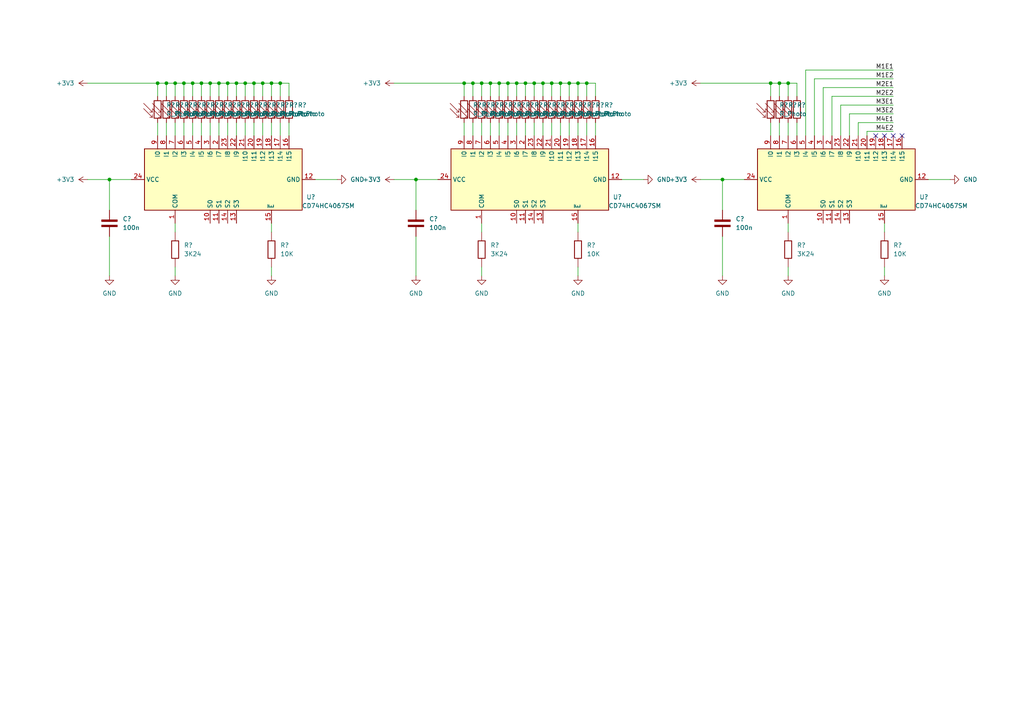
<source format=kicad_sch>
(kicad_sch (version 20230121) (generator eeschema)
  (paper "A4")
  (lib_symbols
    (symbol "74xx:CD74HC4067SM"
      (property "Reference" "U" (at -8.89 22.86 0))
      (property "Value" "CD74HC4067SM" (at 1.27 22.86 0))
      (symbol "CD74HC4067SM_0_1"
        (rectangle (start -8.89 21.59) (end 8.89 -24.13) (stroke (width 0.254)) (fill (type background)))
      )
      (symbol "CD74HC4067SM_1_1"
        (pin passive line (at -12.7 12.7 0) (length 3.81) (name "COM") (number "1"))
        (pin input line (at -12.7 2.54 0) (length 3.81) (name "S0") (number "10"))
        (pin input line (at -12.7 0 0) (length 3.81) (name "S1") (number "11"))
        (pin power_in line (at 0 -27.94 90) (length 3.81) (name "GND") (number "12"))
        (pin input line (at -12.7 -5.08 0) (length 3.81) (name "S3") (number "13"))
        (pin input line (at -12.7 -2.54 0) (length 3.81) (name "S2") (number "14"))
        (pin input line (at -12.7 -15.24 0) (length 3.81) (name "~{E}") (number "15"))
        (pin passive line (at 12.7 -20.32 180) (length 3.81) (name "I15") (number "16"))
        (pin passive line (at 12.7 -17.78 180) (length 3.81) (name "I14") (number "17"))
        (pin passive line (at 12.7 -15.24 180) (length 3.81) (name "I13") (number "18"))
        (pin passive line (at 12.7 -12.7 180) (length 3.81) (name "I12") (number "19"))
        (pin passive line (at 12.7 0 180) (length 3.81) (name "I7") (number "2"))
        (pin passive line (at 12.7 -10.16 180) (length 3.81) (name "I11") (number "20"))
        (pin passive line (at 12.7 -7.62 180) (length 3.81) (name "I10") (number "21"))
        (pin passive line (at 12.7 -5.08 180) (length 3.81) (name "I9") (number "22"))
        (pin passive line (at 12.7 -2.54 180) (length 3.81) (name "I8") (number "23"))
        (pin power_in line (at 0 25.4 270) (length 3.81) (name "VCC") (number "24"))
        (pin passive line (at 12.7 2.54 180) (length 3.81) (name "I6") (number "3"))
        (pin passive line (at 12.7 5.08 180) (length 3.81) (name "I5") (number "4"))
        (pin passive line (at 12.7 7.62 180) (length 3.81) (name "I4") (number "5"))
        (pin passive line (at 12.7 10.16 180) (length 3.81) (name "I3") (number "6"))
        (pin passive line (at 12.7 12.7 180) (length 3.81) (name "I2") (number "7"))
        (pin passive line (at 12.7 15.24 180) (length 3.81) (name "I1") (number "8"))
        (pin passive line (at 12.7 17.78 180) (length 3.81) (name "I0") (number "9"))
      )
    )
    (symbol "Device:R_Photo" (pin_numbers hide) (pin_names (offset 0))
      (property "Reference" "R" (at 1.27 1.27 0))
      (property "Value" "R_Photo" (at 1.27 0 0))
      (symbol "R_Photo_0_1"
        (rectangle (start -1.016 2.54) (end 1.016 -2.54) (stroke (width 0.254)))
        (polyline (pts (xy -1.524 -2.286) (xy -4.064 0.254)))
        (polyline (pts (xy -1.524 -2.286) (xy -2.286 -2.286)))
        (polyline (pts (xy -1.524 -2.286) (xy -1.524 -1.524)))
        (polyline (pts (xy -1.524 -0.762) (xy -4.064 1.778)))
        (polyline (pts (xy -1.524 -0.762) (xy -2.286 -0.762)))
        (polyline (pts (xy -1.524 -0.762) (xy -1.524 0)))
      )
      (symbol "R_Photo_1_1"
        (pin passive line (at 0 3.81 270) (length 1.27) (name "~") (number "1"))
        (pin passive line (at 0 -3.81 90) (length 1.27) (name "~") (number "2"))
      )
    )
    (symbol "power:+3V3" (power) (pin_names (offset 0))
      (property "Value" "+3V3" (at 0 3.556 0))
      (symbol "+3V3_0_1"
        (polyline (pts (xy -0.762 1.27) (xy 0 2.54)))
        (polyline (pts (xy 0 0) (xy 0 2.54)))
        (polyline (pts (xy 0 2.54) (xy 0.762 1.27)))
      )
      (symbol "+3V3_1_1"
        (pin power_in line (at 0 0 90) (length 0) hide (name "+3V3") (number "1"))
      )
    )
    (symbol "power:GND" (power) (pin_names (offset 0))
      (property "Value" "GND" (at 0 -3.81 0))
      (symbol "GND_0_1"
        (polyline (pts (xy 0 0) (xy 0 -1.27) (xy 1.27 -1.27) (xy 0 -2.54) (xy -1.27 -1.27) (xy 0 -1.27)))
      )
      (symbol "GND_1_1"
        (pin power_in line (at 0 0 270) (length 0) hide (name "GND") (number "1"))
      )
    )
    (symbol "vincent:C" (pin_numbers hide) (pin_names hide)
      (property "Reference" "C" (at 0 3.81 0))
      (property "Value" "C" (at 0 -3.81 0))
      (symbol "C_1_1"
        (rectangle (start -1.016 2.286) (end -0.508 -2.286) (fill (type outline)))
        (rectangle (start 0.508 2.286) (end 1.016 -2.286) (fill (type outline)))
        (pin passive line (at -3.81 0 0) (length 2.8) (name "~") (number "1"))
        (pin passive line (at 3.81 0 180) (length 2.8) (name "~") (number "2"))
      )
    )
    (symbol "vincent:R" (pin_numbers hide) (pin_names hide)
      (property "Reference" "R" (at 0 2.54 0))
      (property "Value" "Resistor" (at 0 -2.54 0))
      (symbol "R_0_1"
        (rectangle (start 2.54 -1.016) (end -2.54 1.016) (stroke (width 0.254)))
      )
      (symbol "R_1_1"
        (pin passive line (at -5.08 0 0) (length 2.54) (name "~") (number "1"))
        (pin passive line (at 5.08 0 180) (length 2.54) (name "~") (number "2"))
      )
    )
  )
  (junction (at 58.42 24.13))
  (junction (at 226.06 24.13))
  (junction (at 162.56 24.13))
  (junction (at 66.04 24.13))
  (junction (at 165.1 24.13))
  (junction (at 137.16 24.13))
  (junction (at 152.4 24.13))
  (junction (at 223.52 24.13))
  (junction (at 45.72 24.13))
  (junction (at 60.96 24.13))
  (junction (at 170.18 24.13))
  (junction (at 142.24 24.13))
  (junction (at 31.75 52.07))
  (junction (at 81.28 24.13))
  (junction (at 157.48 24.13))
  (junction (at 63.5 24.13))
  (junction (at 68.58 24.13))
  (junction (at 209.55 52.07))
  (junction (at 120.65 52.07))
  (junction (at 48.26 24.13))
  (junction (at 149.86 24.13))
  (junction (at 50.8 24.13))
  (junction (at 139.7 24.13))
  (junction (at 53.34 24.13))
  (junction (at 160.02 24.13))
  (junction (at 147.32 24.13))
  (junction (at 71.12 24.13))
  (junction (at 154.94 24.13))
  (junction (at 228.6 24.13))
  (junction (at 144.78 24.13))
  (junction (at 76.2 24.13))
  (junction (at 78.74 24.13))
  (junction (at 73.66 24.13))
  (junction (at 134.62 24.13))
  (junction (at 167.64 24.13))
  (junction (at 55.88 24.13))
  (no_connect (at 254 39.37))
  (no_connect (at 259.08 39.37))
  (no_connect (at 256.54 39.37))
  (no_connect (at 261.62 39.37))
  (wire (pts (xy 246.38 39.37) (xy 246.38 33.02)))
  (wire (pts (xy 48.26 35.56) (xy 48.26 39.37)))
  (wire (pts (xy 58.42 24.13) (xy 55.88 24.13)))
  (wire (pts (xy 137.16 35.56) (xy 137.16 39.37)))
  (wire (pts (xy 233.68 39.37) (xy 233.68 20.32)))
  (wire (pts (xy 55.88 24.13) (xy 53.34 24.13)))
  (wire (pts (xy 172.72 24.13) (xy 170.18 24.13)))
  (wire (pts (xy 78.74 35.56) (xy 78.74 39.37)))
  (wire (pts (xy 147.32 24.13) (xy 144.78 24.13)))
  (wire (pts (xy 231.14 24.13) (xy 231.14 27.94)))
  (wire (pts (xy 149.86 24.13) (xy 149.86 27.94)))
  (wire (pts (xy 139.7 77.47) (xy 139.7 80.01)))
  (wire (pts (xy 162.56 24.13) (xy 160.02 24.13)))
  (wire (pts (xy 134.62 24.13) (xy 114.3 24.13)))
  (wire (pts (xy 228.6 77.47) (xy 228.6 80.01)))
  (wire (pts (xy 25.4 52.07) (xy 31.75 52.07)))
  (wire (pts (xy 160.02 35.56) (xy 160.02 39.37)))
  (wire (pts (xy 241.3 39.37) (xy 241.3 27.94)))
  (wire (pts (xy 137.16 24.13) (xy 134.62 24.13)))
  (wire (pts (xy 137.16 24.13) (xy 137.16 27.94)))
  (wire (pts (xy 167.64 24.13) (xy 167.64 27.94)))
  (wire (pts (xy 134.62 35.56) (xy 134.62 39.37)))
  (wire (pts (xy 31.75 68.58) (xy 31.75 80.01)))
  (wire (pts (xy 154.94 24.13) (xy 154.94 27.94)))
  (wire (pts (xy 243.84 39.37) (xy 243.84 30.48)))
  (wire (pts (xy 71.12 35.56) (xy 71.12 39.37)))
  (wire (pts (xy 228.6 24.13) (xy 228.6 27.94)))
  (wire (pts (xy 231.14 24.13) (xy 228.6 24.13)))
  (wire (pts (xy 60.96 24.13) (xy 60.96 27.94)))
  (wire (pts (xy 170.18 35.56) (xy 170.18 39.37)))
  (wire (pts (xy 68.58 24.13) (xy 66.04 24.13)))
  (wire (pts (xy 170.18 24.13) (xy 167.64 24.13)))
  (wire (pts (xy 165.1 24.13) (xy 165.1 27.94)))
  (wire (pts (xy 209.55 52.07) (xy 209.55 60.96)))
  (wire (pts (xy 73.66 24.13) (xy 71.12 24.13)))
  (wire (pts (xy 238.76 25.4) (xy 259.08 25.4)))
  (wire (pts (xy 48.26 24.13) (xy 45.72 24.13)))
  (wire (pts (xy 256.54 64.77) (xy 256.54 67.31)))
  (wire (pts (xy 165.1 24.13) (xy 162.56 24.13)))
  (wire (pts (xy 172.72 35.56) (xy 172.72 39.37)))
  (wire (pts (xy 91.44 52.07) (xy 97.79 52.07)))
  (wire (pts (xy 167.64 24.13) (xy 165.1 24.13)))
  (wire (pts (xy 76.2 35.56) (xy 76.2 39.37)))
  (wire (pts (xy 81.28 24.13) (xy 81.28 27.94)))
  (wire (pts (xy 73.66 24.13) (xy 73.66 27.94)))
  (wire (pts (xy 83.82 35.56) (xy 83.82 39.37)))
  (wire (pts (xy 144.78 35.56) (xy 144.78 39.37)))
  (wire (pts (xy 114.3 52.07) (xy 120.65 52.07)))
  (wire (pts (xy 50.8 24.13) (xy 48.26 24.13)))
  (wire (pts (xy 223.52 24.13) (xy 223.52 27.94)))
  (wire (pts (xy 226.06 24.13) (xy 226.06 27.94)))
  (wire (pts (xy 144.78 24.13) (xy 142.24 24.13)))
  (wire (pts (xy 241.3 27.94) (xy 259.08 27.94)))
  (wire (pts (xy 167.64 35.56) (xy 167.64 39.37)))
  (wire (pts (xy 139.7 35.56) (xy 139.7 39.37)))
  (wire (pts (xy 50.8 64.77) (xy 50.8 67.31)))
  (wire (pts (xy 269.24 52.07) (xy 275.59 52.07)))
  (wire (pts (xy 209.55 52.07) (xy 215.9 52.07)))
  (wire (pts (xy 55.88 24.13) (xy 55.88 27.94)))
  (wire (pts (xy 45.72 24.13) (xy 45.72 27.94)))
  (wire (pts (xy 233.68 20.32) (xy 259.08 20.32)))
  (wire (pts (xy 58.42 24.13) (xy 58.42 27.94)))
  (wire (pts (xy 154.94 35.56) (xy 154.94 39.37)))
  (wire (pts (xy 60.96 35.56) (xy 60.96 39.37)))
  (wire (pts (xy 236.22 39.37) (xy 236.22 22.86)))
  (wire (pts (xy 172.72 24.13) (xy 172.72 27.94)))
  (wire (pts (xy 81.28 24.13) (xy 78.74 24.13)))
  (wire (pts (xy 162.56 24.13) (xy 162.56 27.94)))
  (wire (pts (xy 152.4 35.56) (xy 152.4 39.37)))
  (wire (pts (xy 45.72 35.56) (xy 45.72 39.37)))
  (wire (pts (xy 142.24 24.13) (xy 139.7 24.13)))
  (wire (pts (xy 76.2 24.13) (xy 73.66 24.13)))
  (wire (pts (xy 83.82 24.13) (xy 81.28 24.13)))
  (wire (pts (xy 144.78 24.13) (xy 144.78 27.94)))
  (wire (pts (xy 78.74 24.13) (xy 76.2 24.13)))
  (wire (pts (xy 170.18 24.13) (xy 170.18 27.94)))
  (wire (pts (xy 76.2 24.13) (xy 76.2 27.94)))
  (wire (pts (xy 243.84 30.48) (xy 259.08 30.48)))
  (wire (pts (xy 147.32 35.56) (xy 147.32 39.37)))
  (wire (pts (xy 165.1 35.56) (xy 165.1 39.37)))
  (wire (pts (xy 152.4 24.13) (xy 149.86 24.13)))
  (wire (pts (xy 231.14 35.56) (xy 231.14 39.37)))
  (wire (pts (xy 147.32 24.13) (xy 147.32 27.94)))
  (wire (pts (xy 157.48 35.56) (xy 157.48 39.37)))
  (wire (pts (xy 226.06 35.56) (xy 226.06 39.37)))
  (wire (pts (xy 53.34 24.13) (xy 53.34 27.94)))
  (wire (pts (xy 180.34 52.07) (xy 186.69 52.07)))
  (wire (pts (xy 228.6 35.56) (xy 228.6 39.37)))
  (wire (pts (xy 48.26 24.13) (xy 48.26 27.94)))
  (wire (pts (xy 223.52 24.13) (xy 203.2 24.13)))
  (wire (pts (xy 236.22 22.86) (xy 259.08 22.86)))
  (wire (pts (xy 66.04 24.13) (xy 63.5 24.13)))
  (wire (pts (xy 120.65 52.07) (xy 127 52.07)))
  (wire (pts (xy 203.2 52.07) (xy 209.55 52.07)))
  (wire (pts (xy 83.82 24.13) (xy 83.82 27.94)))
  (wire (pts (xy 157.48 24.13) (xy 157.48 27.94)))
  (wire (pts (xy 160.02 24.13) (xy 157.48 24.13)))
  (wire (pts (xy 256.54 77.47) (xy 256.54 80.01)))
  (wire (pts (xy 53.34 35.56) (xy 53.34 39.37)))
  (wire (pts (xy 120.65 68.58) (xy 120.65 80.01)))
  (wire (pts (xy 248.92 35.56) (xy 248.92 39.37)))
  (wire (pts (xy 139.7 24.13) (xy 139.7 27.94)))
  (wire (pts (xy 66.04 24.13) (xy 66.04 27.94)))
  (wire (pts (xy 251.46 39.37) (xy 251.46 38.1)))
  (wire (pts (xy 53.34 24.13) (xy 50.8 24.13)))
  (wire (pts (xy 63.5 35.56) (xy 63.5 39.37)))
  (wire (pts (xy 251.46 38.1) (xy 259.08 38.1)))
  (wire (pts (xy 31.75 52.07) (xy 38.1 52.07)))
  (wire (pts (xy 66.04 35.56) (xy 66.04 39.37)))
  (wire (pts (xy 50.8 24.13) (xy 50.8 27.94)))
  (wire (pts (xy 160.02 24.13) (xy 160.02 27.94)))
  (wire (pts (xy 139.7 24.13) (xy 137.16 24.13)))
  (wire (pts (xy 60.96 24.13) (xy 58.42 24.13)))
  (wire (pts (xy 120.65 52.07) (xy 120.65 60.96)))
  (wire (pts (xy 50.8 77.47) (xy 50.8 80.01)))
  (wire (pts (xy 73.66 35.56) (xy 73.66 39.37)))
  (wire (pts (xy 228.6 24.13) (xy 226.06 24.13)))
  (wire (pts (xy 226.06 24.13) (xy 223.52 24.13)))
  (wire (pts (xy 149.86 24.13) (xy 147.32 24.13)))
  (wire (pts (xy 238.76 39.37) (xy 238.76 25.4)))
  (wire (pts (xy 152.4 24.13) (xy 152.4 27.94)))
  (wire (pts (xy 142.24 24.13) (xy 142.24 27.94)))
  (wire (pts (xy 134.62 24.13) (xy 134.62 27.94)))
  (wire (pts (xy 157.48 24.13) (xy 154.94 24.13)))
  (wire (pts (xy 81.28 35.56) (xy 81.28 39.37)))
  (wire (pts (xy 71.12 24.13) (xy 71.12 27.94)))
  (wire (pts (xy 68.58 24.13) (xy 68.58 27.94)))
  (wire (pts (xy 209.55 68.58) (xy 209.55 80.01)))
  (wire (pts (xy 78.74 24.13) (xy 78.74 27.94)))
  (wire (pts (xy 246.38 33.02) (xy 259.08 33.02)))
  (wire (pts (xy 31.75 52.07) (xy 31.75 60.96)))
  (wire (pts (xy 223.52 35.56) (xy 223.52 39.37)))
  (wire (pts (xy 142.24 35.56) (xy 142.24 39.37)))
  (wire (pts (xy 149.86 35.56) (xy 149.86 39.37)))
  (wire (pts (xy 58.42 35.56) (xy 58.42 39.37)))
  (wire (pts (xy 248.92 35.56) (xy 259.08 35.56)))
  (wire (pts (xy 78.74 77.47) (xy 78.74 80.01)))
  (wire (pts (xy 139.7 64.77) (xy 139.7 67.31)))
  (wire (pts (xy 228.6 64.77) (xy 228.6 67.31)))
  (wire (pts (xy 68.58 35.56) (xy 68.58 39.37)))
  (wire (pts (xy 63.5 24.13) (xy 60.96 24.13)))
  (wire (pts (xy 154.94 24.13) (xy 152.4 24.13)))
  (wire (pts (xy 55.88 35.56) (xy 55.88 39.37)))
  (wire (pts (xy 78.74 64.77) (xy 78.74 67.31)))
  (wire (pts (xy 162.56 35.56) (xy 162.56 39.37)))
  (wire (pts (xy 167.64 77.47) (xy 167.64 80.01)))
  (wire (pts (xy 63.5 24.13) (xy 63.5 27.94)))
  (wire (pts (xy 45.72 24.13) (xy 25.4 24.13)))
  (wire (pts (xy 167.64 64.77) (xy 167.64 67.31)))
  (wire (pts (xy 71.12 24.13) (xy 68.58 24.13)))
  (wire (pts (xy 50.8 35.56) (xy 50.8 39.37)))
  (label "M1E2" (at 254 22.86 0))
  (label "M4E2" (at 254 38.1 0))
  (label "M1E1" (at 254 20.32 0))
  (label "M3E2" (at 254 33.02 0))
  (label "M2E1" (at 254 25.4 0))
  (label "M3E1" (at 254 30.48 0))
  (label "M4E1" (at 254 35.56 0))
  (label "M2E2" (at 254 27.94 0))
  (symbol (lib_id "Device:R_Photo") (at 53.34 31.75 0) (unit 1)
    (property "Reference" "R?" (at 55.88 30.4799 0) (effects (justify left)))
    (property "Value" "R_Photo" (at 55.88 33.0199 0) (effects (justify left)))
  )
  (symbol (lib_id "Device:R_Photo") (at 149.86 31.75 0) (unit 1)
    (property "Reference" "R?" (at 152.4 30.4799 0) (effects (justify left)))
    (property "Value" "R_Photo" (at 152.4 33.0199 0) (effects (justify left)))
  )
  (symbol (lib_id "Device:R_Photo") (at 160.02 31.75 0) (unit 1)
    (property "Reference" "R?" (at 162.56 30.4799 0) (effects (justify left)))
    (property "Value" "R_Photo" (at 162.56 33.0199 0) (effects (justify left)))
  )
  (symbol (lib_id "Device:R_Photo") (at 152.4 31.75 0) (unit 1)
    (property "Reference" "R?" (at 154.94 30.4799 0) (effects (justify left)))
    (property "Value" "R_Photo" (at 154.94 33.0199 0) (effects (justify left)))
  )
  (symbol (lib_id "Device:R_Photo") (at 231.14 31.75 0) (unit 1)
    (property "Reference" "R?" (effects hide))
    (property "Value" "R_Photo" (effects hide))
  )
  (symbol (lib_id "vincent:R") (at 167.64 72.39 90) (unit 1)
    (property "Reference" "R?" (at 170.18 71.1199 90) (effects (justify right)))
    (property "Value" "10K" (at 170.18 73.6599 90) (effects (justify right)))
  )
  (symbol (lib_id "power:GND") (at 186.69 52.07 90) (unit 1)
    (property "Reference" "#PWR070" (effects hide))
    (property "Value" "GND" (at 190.5 52.0699 90) (effects (justify right)))
    (instances (project "2024l1" (path "" (reference "#PWR070") (unit 1)) (path "" (reference "#PWR075") (unit 1))))
  )
  (symbol (lib_id "Device:R_Photo") (at 55.88 31.75 0) (unit 1)
    (property "Reference" "R?" (at 58.42 30.4799 0) (effects (justify left)))
    (property "Value" "R_Photo" (at 58.42 33.0199 0) (effects (justify left)))
  )
  (symbol (lib_id "vincent:R") (at 50.8 72.39 90) (unit 1)
    (property "Reference" "R?" (at 53.34 71.1199 90) (effects (justify right)))
    (property "Value" "3K24" (at 53.34 73.6599 90) (effects (justify right)))
  )
  (symbol (lib_id "power:GND") (at 275.59 52.07 90) (unit 1)
    (property "Reference" "#PWR076" (effects hide))
    (property "Value" "GND" (at 279.4 52.0699 90) (effects (justify right)))
  )
  (symbol (lib_id "Device:R_Photo") (at 223.52 31.75 0) (unit 1)
    (property "Reference" "R?" (at 226.06 30.4799 0) (effects (justify left)))
    (property "Value" "R_Photo" (at 226.06 33.0199 0) (effects (justify left)))
  )
  (symbol (lib_id "Device:R_Photo") (at 73.66 31.75 0) (unit 1)
    (property "Reference" "R?" (at 76.2 30.4799 0) (effects (justify left)))
    (property "Value" "R_Photo" (at 76.2 33.0199 0) (effects (justify left)))
  )
  (symbol (lib_id "Device:R_Photo") (at 45.72 31.75 0) (unit 1)
    (property "Reference" "R?" (at 48.26 30.4799 0) (effects (justify left)))
    (property "Value" "R_Photo" (at 48.26 33.0199 0) (effects (justify left)))
  )
  (symbol (lib_id "power:GND") (at 167.64 80.01 0) (unit 1)
    (property "Reference" "#PWR069" (effects hide))
    (property "Value" "GND" (at 167.64 85.09 0))
    (instances (project "2024l1" (path "" (reference "#PWR069") (unit 1)) (path "" (reference "#PWR072") (unit 1))))
  )
  (symbol (lib_id "Device:R_Photo") (at 162.56 31.75 0) (unit 1)
    (property "Reference" "R?" (at 165.1 30.4799 0) (effects (justify left)))
    (property "Value" "R_Photo" (at 165.1 33.0199 0) (effects (justify left)))
  )
  (symbol (lib_id "Device:R_Photo") (at 81.28 31.75 0) (unit 1)
    (property "Reference" "R?" (at 83.82 30.4799 0) (effects (justify left)))
    (property "Value" "R_Photo" (at 83.82 33.0199 0) (effects (justify left)))
  )
  (symbol (lib_id "Device:R_Photo") (at 157.48 31.75 0) (unit 1)
    (property "Reference" "R?" (at 160.02 30.4799 0) (effects (justify left)))
    (property "Value" "R_Photo" (at 160.02 33.0199 0) (effects (justify left)))
  )
  (symbol (lib_id "Device:R_Photo") (at 83.82 31.75 0) (unit 1)
    (property "Reference" "R?" (at 86.36 30.4799 0) (effects (justify left)))
    (property "Value" "R_Photo" (at 86.36 33.0199 0) (effects (justify left)))
  )
  (symbol (lib_id "Device:R_Photo") (at 58.42 31.75 0) (unit 1)
    (property "Reference" "R?" (at 60.96 30.4799 0) (effects (justify left)))
    (property "Value" "R_Photo" (at 60.96 33.0199 0) (effects (justify left)))
  )
  (symbol (lib_id "Device:R_Photo") (at 78.74 31.75 0) (unit 1)
    (property "Reference" "R?" (at 81.28 30.4799 0) (effects (justify left)))
    (property "Value" "R_Photo" (at 81.28 33.0199 0) (effects (justify left)))
  )
  (symbol (lib_id "Device:R_Photo") (at 142.24 31.75 0) (unit 1)
    (property "Reference" "R?" (at 144.78 30.4799 0) (effects (justify left)))
    (property "Value" "R_Photo" (at 144.78 33.0199 0) (effects (justify left)))
  )
  (symbol (lib_id "vincent:R") (at 256.54 72.39 90) (unit 1)
    (property "Reference" "R?" (at 259.08 71.1199 90) (effects (justify right)))
    (property "Value" "10K" (at 259.08 73.6599 90) (effects (justify right)))
  )
  (symbol (lib_id "Device:R_Photo") (at 165.1 31.75 0) (unit 1)
    (property "Reference" "R?" (at 167.64 30.4799 0) (effects (justify left)))
    (property "Value" "R_Photo" (at 167.64 33.0199 0) (effects (justify left)))
  )
  (symbol (lib_id "Device:R_Photo") (at 137.16 31.75 0) (unit 1)
    (property "Reference" "R?" (at 139.7 30.4799 0) (effects (justify left)))
    (property "Value" "R_Photo" (at 139.7 33.0199 0) (effects (justify left)))
  )
  (symbol (lib_id "Device:R_Photo") (at 154.94 31.75 0) (unit 1)
    (property "Reference" "R?" (at 157.48 30.4799 0) (effects (justify left)))
    (property "Value" "R_Photo" (at 157.48 33.0199 0) (effects (justify left)))
  )
  (symbol (lib_id "vincent:C") (at 31.75 64.77 90) (unit 1)
    (property "Reference" "C?" (at 35.56 63.4999 90) (effects (justify right)))
    (property "Value" "100n" (at 35.56 66.0399 90) (effects (justify right)))
  )
  (symbol (lib_id "power:GND") (at 139.7 80.01 0) (unit 1)
    (property "Reference" "#PWR068" (effects hide))
    (property "Value" "GND" (at 139.7 85.09 0))
    (instances (project "2024l1" (path "" (reference "#PWR068") (unit 1)) (path "" (reference "#PWR069") (unit 1))))
  )
  (symbol (lib_id "Device:R_Photo") (at 226.06 31.75 0) (unit 1)
    (property "Reference" "R?" (at 228.6 30.4799 0) (effects (justify left)))
    (property "Value" "R_Photo" (effects hide))
  )
  (symbol (lib_id "74xx:CD74HC4067SM") (at 241.3 52.07 90) (unit 1)
    (property "Reference" "U?" (at 267.97 57.15 90))
    (property "Value" "CD74HC4067SM" (at 273.05 59.69 90))
    (property "Footprint" "Package_SO:SSOP-24_5.3x8.2mm_P0.65mm" (effects hide))
    (property "Datasheet" "http://www.ti.com/lit/ds/symlink/cd74hc4067.pdf" (effects hide))
  )
  (symbol (lib_id "Device:R_Photo") (at 139.7 31.75 0) (unit 1)
    (property "Reference" "R?" (at 142.24 30.4799 0) (effects (justify left)))
    (property "Value" "R_Photo" (at 142.24 33.0199 0) (effects (justify left)))
  )
  (symbol (lib_id "Device:R_Photo") (at 48.26 31.75 0) (unit 1)
    (property "Reference" "R?" (at 50.8 30.4799 0) (effects (justify left)))
    (property "Value" "R_Photo" (at 50.8 33.0199 0) (effects (justify left)))
  )
  (symbol (lib_id "power:GND") (at 120.65 80.01 0) (unit 1)
    (property "Reference" "#PWR067" (effects hide))
    (property "Value" "GND" (at 120.65 85.09 0))
    (instances (project "2024l1" (path "" (reference "#PWR067") (unit 1)) (path "" (reference "#PWR066") (unit 1))))
  )
  (symbol (lib_id "vincent:C") (at 120.65 64.77 90) (unit 1)
    (property "Reference" "C?" (at 124.46 63.4999 90) (effects (justify right)))
    (property "Value" "100n" (at 124.46 66.0399 90) (effects (justify right)))
  )
  (symbol (lib_id "Device:R_Photo") (at 60.96 31.75 0) (unit 1)
    (property "Reference" "R?" (at 63.5 30.4799 0) (effects (justify left)))
    (property "Value" "R_Photo" (at 63.5 33.0199 0) (effects (justify left)))
  )
  (symbol (lib_id "74xx:CD74HC4067SM") (at 152.4 52.07 90) (unit 1)
    (property "Reference" "U?" (at 179.07 57.15 90))
    (property "Value" "CD74HC4067SM" (at 184.15 59.69 90))
    (property "Footprint" "Package_SO:SSOP-24_5.3x8.2mm_P0.65mm" (effects hide))
    (property "Datasheet" "http://www.ti.com/lit/ds/symlink/cd74hc4067.pdf" (effects hide))
  )
  (symbol (lib_id "power:GND") (at 78.74 80.01 0) (unit 1)
    (property "Reference" "#PWR059" (effects hide))
    (property "Value" "GND" (at 78.74 85.09 0))
    (instances (project "2024l1" (path "" (reference "#PWR059") (unit 1)) (path "" (reference "#PWR071") (unit 1))))
  )
  (symbol (lib_id "power:+3V3") (at 114.3 24.13 90) (unit 1)
    (property "Reference" "#PWR065" (effects hide))
    (property "Value" "+3V3" (at 110.49 24.1299 90) (effects (justify left)))
    (instances (project "2024l1" (path "" (reference "#PWR065") (unit 1)) (path "" (reference "#PWR061") (unit 1))))
  )
  (symbol (lib_id "power:+3V3") (at 25.4 52.07 90) (unit 1)
    (property "Reference" "#PWR062" (effects hide))
    (property "Value" "+3V3" (at 21.59 52.0699 90) (effects (justify left)))
    (instances (project "2024l1" (path "" (reference "#PWR062") (unit 1)) (path "" (reference "#PWR060") (unit 1))))
  )
  (symbol (lib_id "vincent:R") (at 228.6 72.39 90) (unit 1)
    (property "Reference" "R?" (at 231.14 71.1199 90) (effects (justify right)))
    (property "Value" "3K24" (at 231.14 73.6599 90) (effects (justify right)))
  )
  (symbol (lib_id "power:+3V3") (at 25.4 24.13 90) (unit 1)
    (property "Reference" "#PWR064" (effects hide))
    (property "Value" "+3V3" (at 21.59 24.1299 90) (effects (justify left)))
    (instances (project "2024l1" (path "" (reference "#PWR064") (unit 1)) (path "" (reference "#PWR059") (unit 1))))
  )
  (symbol (lib_id "Device:R_Photo") (at 50.8 31.75 0) (unit 1)
    (property "Reference" "R?" (at 53.34 30.4799 0) (effects (justify left)))
    (property "Value" "R_Photo" (at 53.34 33.0199 0) (effects (justify left)))
  )
  (symbol (lib_id "Device:R_Photo") (at 63.5 31.75 0) (unit 1)
    (property "Reference" "R?" (at 66.04 30.4799 0) (effects (justify left)))
    (property "Value" "R_Photo" (at 66.04 33.0199 0) (effects (justify left)))
  )
  (symbol (lib_id "Device:R_Photo") (at 170.18 31.75 0) (unit 1)
    (property "Reference" "R?" (at 172.72 30.4799 0) (effects (justify left)))
    (property "Value" "R_Photo" (at 172.72 33.0199 0) (effects (justify left)))
  )
  (symbol (lib_id "Device:R_Photo") (at 66.04 31.75 0) (unit 1)
    (property "Reference" "R?" (at 68.58 30.4799 0) (effects (justify left)))
    (property "Value" "R_Photo" (at 68.58 33.0199 0) (effects (justify left)))
  )
  (symbol (lib_id "Device:R_Photo") (at 167.64 31.75 0) (unit 1)
    (property "Reference" "R?" (at 170.18 30.4799 0) (effects (justify left)))
    (property "Value" "R_Photo" (at 170.18 33.0199 0) (effects (justify left)))
  )
  (symbol (lib_id "vincent:C") (at 209.55 64.77 90) (unit 1)
    (property "Reference" "C?" (at 213.36 63.4999 90) (effects (justify right)))
    (property "Value" "100n" (at 213.36 66.0399 90) (effects (justify right)))
  )
  (symbol (lib_id "Device:R_Photo") (at 228.6 31.75 0) (unit 1)
    (property "Reference" "R?" (at 231.14 30.4799 0) (effects (justify left)))
    (property "Value" "R_Photo" (effects hide))
  )
  (symbol (lib_id "power:GND") (at 50.8 80.01 0) (unit 1)
    (property "Reference" "#PWR060" (effects hide))
    (property "Value" "GND" (at 50.8 85.09 0))
    (instances (project "2024l1" (path "" (reference "#PWR060") (unit 1)) (path "" (reference "#PWR068") (unit 1))))
  )
  (symbol (lib_id "Device:R_Photo") (at 172.72 31.75 0) (unit 1)
    (property "Reference" "R?" (at 175.26 30.4799 0) (effects (justify left)))
    (property "Value" "R_Photo" (at 175.26 33.0199 0) (effects (justify left)))
  )
  (symbol (lib_id "vincent:R") (at 78.74 72.39 90) (unit 1)
    (property "Reference" "R?" (at 81.28 71.1199 90) (effects (justify right)))
    (property "Value" "10K" (at 81.28 73.6599 90) (effects (justify right)))
  )
  (symbol (lib_id "power:+3V3") (at 203.2 52.07 90) (unit 1)
    (property "Reference" "#PWR072" (effects hide))
    (property "Value" "+3V3" (at 199.39 52.0699 90) (effects (justify left)))
    (instances (project "2024l1" (path "" (reference "#PWR072") (unit 1)) (path "" (reference "#PWR064") (unit 1))))
  )
  (symbol (lib_id "Device:R_Photo") (at 144.78 31.75 0) (unit 1)
    (property "Reference" "R?" (at 147.32 30.4799 0) (effects (justify left)))
    (property "Value" "R_Photo" (at 147.32 33.0199 0) (effects (justify left)))
  )
  (symbol (lib_id "power:+3V3") (at 203.2 24.13 90) (unit 1)
    (property "Reference" "#PWR071" (effects hide))
    (property "Value" "+3V3" (at 199.39 24.1299 90) (effects (justify left)))
    (instances (project "2024l1" (path "" (reference "#PWR071") (unit 1)) (path "" (reference "#PWR063") (unit 1))))
  )
  (symbol (lib_id "Device:R_Photo") (at 147.32 31.75 0) (unit 1)
    (property "Reference" "R?" (at 149.86 30.4799 0) (effects (justify left)))
    (property "Value" "R_Photo" (at 149.86 33.0199 0) (effects (justify left)))
  )
  (symbol (lib_id "vincent:R") (at 139.7 72.39 90) (unit 1)
    (property "Reference" "R?" (at 142.24 71.1199 90) (effects (justify right)))
    (property "Value" "3K24" (at 142.24 73.6599 90) (effects (justify right)))
  )
  (symbol (lib_id "Device:R_Photo") (at 76.2 31.75 0) (unit 1)
    (property "Reference" "R?" (at 78.74 30.4799 0) (effects (justify left)))
    (property "Value" "R_Photo" (at 78.74 33.0199 0) (effects (justify left)))
  )
  (symbol (lib_id "74xx:CD74HC4067SM") (at 63.5 52.07 90) (unit 1)
    (property "Reference" "U?" (at 90.17 57.15 90))
    (property "Value" "CD74HC4067SM" (at 95.25 59.69 90))
    (property "Footprint" "Package_SO:SSOP-24_5.3x8.2mm_P0.65mm" (effects hide))
    (property "Datasheet" "http://www.ti.com/lit/ds/symlink/cd74hc4067.pdf" (effects hide))
  )
  (symbol (lib_id "power:GND") (at 31.75 80.01 0) (unit 1)
    (property "Reference" "#PWR061" (effects hide))
    (property "Value" "GND" (at 31.75 85.09 0))
    (instances (project "2024l1" (path "" (reference "#PWR061") (unit 1)) (path "" (reference "#PWR065") (unit 1))))
  )
  (symbol (lib_id "power:GND") (at 256.54 80.01 0) (unit 1)
    (property "Reference" "#PWR075" (effects hide))
    (property "Value" "GND" (at 256.54 85.09 0))
    (instances (project "2024l1" (path "" (reference "#PWR075") (unit 1)) (path "" (reference "#PWR073") (unit 1))))
  )
  (symbol (lib_id "power:+3V3") (at 114.3 52.07 90) (unit 1)
    (property "Reference" "#PWR066" (effects hide))
    (property "Value" "+3V3" (at 110.49 52.0699 90) (effects (justify left)))
    (instances (project "2024l1" (path "" (reference "#PWR066") (unit 1)) (path "" (reference "#PWR062") (unit 1))))
  )
  (symbol (lib_id "Device:R_Photo") (at 71.12 31.75 0) (unit 1)
    (property "Reference" "R?" (at 73.66 30.4799 0) (effects (justify left)))
    (property "Value" "R_Photo" (at 73.66 33.0199 0) (effects (justify left)))
  )
  (symbol (lib_id "Device:R_Photo") (at 68.58 31.75 0) (unit 1)
    (property "Reference" "R?" (at 71.12 30.4799 0) (effects (justify left)))
    (property "Value" "R_Photo" (at 71.12 33.0199 0) (effects (justify left)))
  )
  (symbol (lib_id "Device:R_Photo") (at 134.62 31.75 0) (unit 1)
    (property "Reference" "R?" (at 137.16 30.4799 0) (effects (justify left)))
    (property "Value" "R_Photo" (at 137.16 33.0199 0) (effects (justify left)))
  )
  (symbol (lib_id "power:GND") (at 97.79 52.07 90) (unit 1)
    (property "Reference" "#PWR063" (effects hide))
    (property "Value" "GND" (at 101.6 52.0699 90) (effects (justify right)))
    (instances (project "2024l1" (path "" (reference "#PWR063") (unit 1)) (path "" (reference "#PWR074") (unit 1))))
  )
  (symbol (lib_id "power:GND") (at 209.55 80.01 0) (unit 1)
    (property "Reference" "#PWR073" (effects hide))
    (property "Value" "GND" (at 209.55 85.09 0))
    (instances (project "2024l1" (path "" (reference "#PWR073") (unit 1)) (path "" (reference "#PWR067") (unit 1))))
  )
  (symbol (lib_id "power:GND") (at 228.6 80.01 0) (unit 1)
    (property "Reference" "#PWR074" (effects hide))
    (property "Value" "GND" (at 228.6 85.09 0))
    (instances (project "2024l1" (path "" (reference "#PWR074") (unit 1)) (path "" (reference "#PWR070") (unit 1))))
  )
)
</source>
